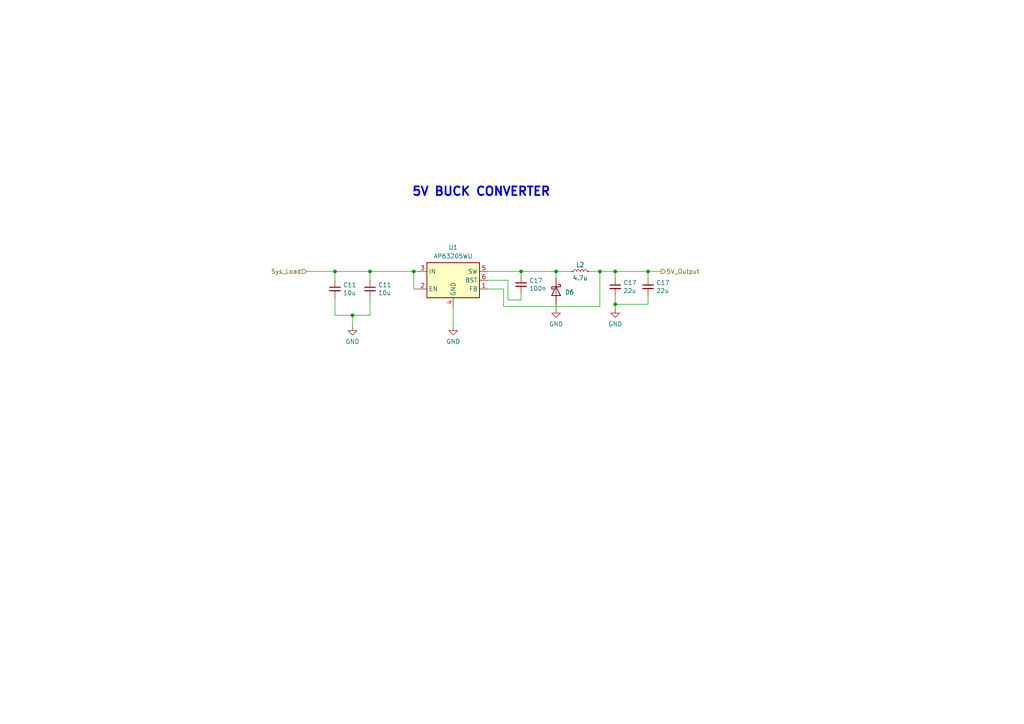
<source format=kicad_sch>
(kicad_sch (version 20230121) (generator eeschema)
  (paper "A4")
  (lib_symbols
    (symbol "Device:C_Small" (pin_numbers hide) (pin_names (offset 0.254) hide)
      (property "Reference" "C" (at 0.254 1.778 0))
      (property "Value" "C_Small" (at 0.254 -2.032 0))
      (symbol "C_Small_0_1"
        (polyline (pts (xy -1.524 -0.508) (xy 1.524 -0.508)) (stroke (width 0.3302)))
        (polyline (pts (xy -1.524 0.508) (xy 1.524 0.508)) (stroke (width 0.3048)))
      )
      (symbol "C_Small_1_1"
        (pin passive line (at 0 2.54 270) (length 2.032) (name "~") (number "1"))
        (pin passive line (at 0 -2.54 90) (length 2.032) (name "~") (number "2"))
      )
    )
    (symbol "Device:D_Schottky" (pin_numbers hide) (pin_names (offset 1.016) hide)
      (property "Reference" "D" (at 0 2.54 0))
      (property "Value" "D_Schottky" (at 0 -2.54 0))
      (symbol "D_Schottky_0_1"
        (polyline (pts (xy 1.27 0) (xy -1.27 0)))
        (polyline (pts (xy 1.27 1.27) (xy 1.27 -1.27) (xy -1.27 0) (xy 1.27 1.27)) (stroke (width 0.254)))
        (polyline (pts (xy -1.905 0.635) (xy -1.905 1.27) (xy -1.27 1.27) (xy -1.27 -1.27) (xy -0.635 -1.27) (xy -0.635 -0.635)) (stroke (width 0.254)))
      )
      (symbol "D_Schottky_1_1"
        (pin passive line (at -3.81 0 0) (length 2.54) (name "K") (number "1"))
        (pin passive line (at 3.81 0 180) (length 2.54) (name "A") (number "2"))
      )
    )
    (symbol "Device:L_Small" (pin_numbers hide) (pin_names (offset 0.254) hide)
      (property "Reference" "L" (at 0.762 1.016 0))
      (property "Value" "L_Small" (at 0.762 -1.016 0))
      (symbol "L_Small_0_1"
        (arc (start 0 -2.032) (mid 0.5058 -1.524) (end 0 -1.016))
        (arc (start 0 -1.016) (mid 0.5058 -0.508) (end 0 0))
        (arc (start 0 0) (mid 0.5058 0.508) (end 0 1.016))
        (arc (start 0 1.016) (mid 0.5058 1.524) (end 0 2.032))
      )
      (symbol "L_Small_1_1"
        (pin passive line (at 0 2.54 270) (length 0.508) (name "~") (number "1"))
        (pin passive line (at 0 -2.54 90) (length 0.508) (name "~") (number "2"))
      )
    )
    (symbol "Regulator_Switching:AP63205WU"
      (property "Reference" "U" (at -7.62 6.35 0))
      (property "Value" "AP63205WU" (at 2.54 6.35 0))
      (symbol "AP63205WU_0_1"
        (rectangle (start -7.62 5.08) (end 7.62 -5.08) (stroke (width 0.254)) (fill (type background)))
      )
      (symbol "AP63205WU_1_1"
        (pin input line (at 10.16 -2.54 180) (length 2.54) (name "FB") (number "1"))
        (pin input line (at -10.16 -2.54 0) (length 2.54) (name "EN") (number "2"))
        (pin power_in line (at -10.16 2.54 0) (length 2.54) (name "IN") (number "3"))
        (pin power_in line (at 0 -7.62 90) (length 2.54) (name "GND") (number "4"))
        (pin output line (at 10.16 2.54 180) (length 2.54) (name "SW") (number "5"))
        (pin passive line (at 10.16 0 180) (length 2.54) (name "BST") (number "6"))
      )
    )
    (symbol "power:GND" (power) (pin_names (offset 0))
      (property "Value" "GND" (at 0 -3.81 0))
      (symbol "GND_0_1"
        (polyline (pts (xy 0 0) (xy 0 -1.27) (xy 1.27 -1.27) (xy 0 -2.54) (xy -1.27 -1.27) (xy 0 -1.27)))
      )
      (symbol "GND_1_1"
        (pin power_in line (at 0 0 270) (length 0) hide (name "GND") (number "1"))
      )
    )
  )
  (junction (at 102.235 91.44))
  (junction (at 173.99 78.74))
  (junction (at 107.315 78.74))
  (junction (at 151.13 78.74))
  (junction (at 161.29 78.74))
  (junction (at 97.155 78.74))
  (junction (at 187.96 78.74))
  (junction (at 120.015 78.74))
  (junction (at 178.435 78.74))
  (junction (at 178.435 88.265))
  (wire (pts (xy 107.315 91.44) (xy 102.235 91.44)))
  (wire (pts (xy 97.155 91.44) (xy 102.235 91.44)))
  (wire (pts (xy 170.815 78.74) (xy 173.99 78.74)))
  (wire (pts (xy 173.99 78.74) (xy 178.435 78.74)))
  (wire (pts (xy 178.435 78.74) (xy 187.96 78.74)))
  (wire (pts (xy 187.96 85.725) (xy 187.96 88.265)))
  (wire (pts (xy 187.96 78.74) (xy 191.77 78.74)))
  (wire (pts (xy 161.29 88.265) (xy 161.29 89.535)))
  (wire (pts (xy 120.015 78.74) (xy 121.285 78.74)))
  (wire (pts (xy 107.315 78.74) (xy 120.015 78.74)))
  (wire (pts (xy 97.155 78.74) (xy 107.315 78.74)))
  (wire (pts (xy 131.445 88.9) (xy 131.445 94.615)))
  (wire (pts (xy 120.015 83.82) (xy 121.285 83.82)))
  (wire (pts (xy 187.96 78.74) (xy 187.96 80.645)))
  (wire (pts (xy 88.9 78.74) (xy 97.155 78.74)))
  (wire (pts (xy 141.605 81.28) (xy 147.32 81.28)))
  (wire (pts (xy 161.29 78.74) (xy 165.735 78.74)))
  (wire (pts (xy 120.015 78.74) (xy 120.015 83.82)))
  (wire (pts (xy 147.32 81.28) (xy 147.32 86.995)))
  (wire (pts (xy 141.605 83.82) (xy 146.05 83.82)))
  (wire (pts (xy 107.315 86.36) (xy 107.315 91.44)))
  (wire (pts (xy 187.96 88.265) (xy 178.435 88.265)))
  (wire (pts (xy 173.99 88.9) (xy 173.99 78.74)))
  (wire (pts (xy 147.32 86.995) (xy 151.13 86.995)))
  (wire (pts (xy 161.29 78.74) (xy 161.29 80.645)))
  (wire (pts (xy 178.435 78.74) (xy 178.435 80.645)))
  (wire (pts (xy 146.05 83.82) (xy 146.05 88.9)))
  (wire (pts (xy 97.155 86.36) (xy 97.155 91.44)))
  (wire (pts (xy 178.435 85.725) (xy 178.435 88.265)))
  (wire (pts (xy 151.13 86.995) (xy 151.13 85.09)))
  (wire (pts (xy 102.235 91.44) (xy 102.235 94.615)))
  (wire (pts (xy 97.155 81.28) (xy 97.155 78.74)))
  (wire (pts (xy 151.13 78.74) (xy 161.29 78.74)))
  (wire (pts (xy 178.435 88.265) (xy 178.435 89.535)))
  (wire (pts (xy 151.13 78.74) (xy 151.13 80.01)))
  (wire (pts (xy 107.315 78.74) (xy 107.315 81.28)))
  (wire (pts (xy 146.05 88.9) (xy 173.99 88.9)))
  (wire (pts (xy 141.605 78.74) (xy 151.13 78.74)))
  (text "5V BUCK CONVERTER" (at 119.38 57.15 0) (effects (font (size 2.5 2.5) (thickness 0.5) bold) (justify left bottom)))
  (hierarchical_label "5V_Output" (shape output) (at 191.77 78.74 0))
  (hierarchical_label "Sys_Load" (shape input) (at 88.9 78.74 180))
  (symbol (lib_id "power:GND") (at 178.435 89.535 0) (unit 1)
    (property "Reference" "#PWR021" (effects hide))
    (property "Value" "GND" (at 178.435 93.98 0))
  )
  (symbol (lib_id "power:GND") (at 102.235 94.615 0) (unit 1)
    (property "Reference" "#PWR018" (effects hide))
    (property "Value" "GND" (at 102.235 99.06 0))
  )
  (symbol (lib_id "Device:L_Small") (at 168.275 78.74 90) (unit 1)
    (property "Reference" "L2" (at 168.275 76.835 90))
    (property "Value" "4.7u" (at 168.275 80.645 90))
    (property "Footprint" "ECAD_footprint:APSWPA4020S4R7MTF" (effects hide))
    (instances (project "src_esp32" (path "" (reference "L2") (unit 1))) (project "48V-PV_Battery_charge_&_monitor" (path "" (reference "L1") (unit 1)) (path "" (reference "L2") (unit 1))) (project "MIR" (path "" (reference "L1") (unit 1))))
  )
  (symbol (lib_id "Regulator_Switching:AP63205WU") (at 131.445 81.28 0) (unit 1)
    (property "Reference" "U1" (at 131.445 71.755 0))
    (property "Value" "AP63205WU" (at 131.445 74.295 0))
    (property "Footprint" "Package_TO_SOT_SMD:TSOT-23-6" (effects hide))
    (property "Datasheet" "https://www.diodes.com/assets/Datasheets/AP63200-AP63201-AP63203-AP63205.pdf" (effects hide))
  )
  (symbol (lib_id "Device:D_Schottky") (at 161.29 84.455 270) (unit 1)
    (property "Reference" "D6" (at 163.83 84.7725 90) (effects (justify left)))
    (property "Value" "D_Schottky" (effects hide))
    (property "Footprint" "Diode_SMD:D_SOD-123F" (effects hide))
    (property "Datasheet" "S-LMBR360FT1G" (effects hide))
  )
  (symbol (lib_id "Device:C_Small") (at 187.96 83.185 0) (unit 1)
    (property "Reference" "C17" (at 190.2968 82.0166 0) (effects (justify left)))
    (property "Value" "22u" (at 190.2968 84.328 0) (effects (justify left)))
    (property "Footprint" "Capacitor_SMD:C_0603_1608Metric" (effects hide))
    (instances (project "src_esp32" (path "" (reference "C17") (unit 1))) (project "48V-PV_Battery_charge_&_monitor" (path "" (reference "C3") (unit 1)) (path "" (reference "C24") (unit 1))) (project "MIR" (path "" (reference "C23") (unit 1))))
  )
  (symbol (lib_id "Device:C_Small") (at 107.315 83.82 0) (unit 1)
    (property "Reference" "C11" (at 109.6518 82.6516 0) (effects (justify left)))
    (property "Value" "10u" (at 109.6518 84.963 0) (effects (justify left)))
    (property "Footprint" "Capacitor_SMD:C_0805_2012Metric" (effects hide))
    (instances (project "src_esp32" (path "" (reference "C11") (unit 1))) (project "48V-PV_Battery_charge_&_monitor" (path "" (reference "C1") (unit 1)) (path "" (reference "C21") (unit 1))) (project "MIR" (path "" (reference "C17") (unit 1))))
  )
  (symbol (lib_id "power:GND") (at 161.29 89.535 0) (unit 1)
    (property "Reference" "#PWR020" (effects hide))
    (property "Value" "GND" (at 161.29 93.98 0))
  )
  (symbol (lib_id "Device:C_Small") (at 97.155 83.82 0) (unit 1)
    (property "Reference" "C11" (at 99.4918 82.6516 0) (effects (justify left)))
    (property "Value" "10u" (at 99.4918 84.963 0) (effects (justify left)))
    (property "Footprint" "Capacitor_SMD:C_0805_2012Metric" (effects hide))
    (instances (project "src_esp32" (path "" (reference "C11") (unit 1))) (project "48V-PV_Battery_charge_&_monitor" (path "" (reference "C1") (unit 1)) (path "" (reference "C20") (unit 1))) (project "MIR" (path "" (reference "C17") (unit 1))))
  )
  (symbol (lib_id "power:GND") (at 131.445 94.615 0) (unit 1)
    (property "Reference" "#PWR019" (effects hide))
    (property "Value" "GND" (at 131.445 99.06 0))
  )
  (symbol (lib_id "Device:C_Small") (at 178.435 83.185 0) (unit 1)
    (property "Reference" "C17" (at 180.7718 82.0166 0) (effects (justify left)))
    (property "Value" "22u" (at 180.7718 84.328 0) (effects (justify left)))
    (property "Footprint" "Capacitor_SMD:C_0603_1608Metric" (effects hide))
    (instances (project "src_esp32" (path "" (reference "C17") (unit 1))) (project "48V-PV_Battery_charge_&_monitor" (path "" (reference "C3") (unit 1)) (path "" (reference "C23") (unit 1))) (project "MIR" (path "" (reference "C23") (unit 1))))
  )
  (symbol (lib_id "Device:C_Small") (at 151.13 82.55 0) (unit 1)
    (property "Reference" "C17" (at 153.4668 81.3816 0) (effects (justify left)))
    (property "Value" "100n" (at 153.4668 83.693 0) (effects (justify left)))
    (property "Footprint" "Capacitor_SMD:C_0603_1608Metric" (effects hide))
    (instances (project "src_esp32" (path "" (reference "C17") (unit 1))) (project "48V-PV_Battery_charge_&_monitor" (path "" (reference "C3") (unit 1)) (path "" (reference "C22") (unit 1))) (project "MIR" (path "" (reference "C23") (unit 1))))
  )
)
</source>
